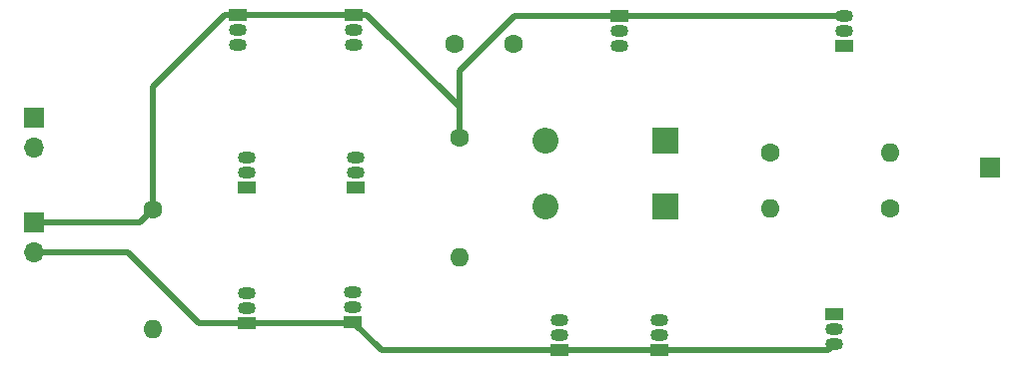
<source format=gbr>
%TF.GenerationSoftware,KiCad,Pcbnew,8.0.4*%
%TF.CreationDate,2024-10-21T15:09:54+02:00*%
%TF.ProjectId,GiugAmp_301,47697567-416d-4705-9f33-30312e6b6963,rev?*%
%TF.SameCoordinates,Original*%
%TF.FileFunction,Copper,L2,Bot*%
%TF.FilePolarity,Positive*%
%FSLAX46Y46*%
G04 Gerber Fmt 4.6, Leading zero omitted, Abs format (unit mm)*
G04 Created by KiCad (PCBNEW 8.0.4) date 2024-10-21 15:09:54*
%MOMM*%
%LPD*%
G01*
G04 APERTURE LIST*
%TA.AperFunction,ComponentPad*%
%ADD10R,1.700000X1.700000*%
%TD*%
%TA.AperFunction,ComponentPad*%
%ADD11O,1.700000X1.700000*%
%TD*%
%TA.AperFunction,ComponentPad*%
%ADD12R,2.200000X2.200000*%
%TD*%
%TA.AperFunction,ComponentPad*%
%ADD13O,2.200000X2.200000*%
%TD*%
%TA.AperFunction,ComponentPad*%
%ADD14R,1.500000X1.050000*%
%TD*%
%TA.AperFunction,ComponentPad*%
%ADD15O,1.500000X1.050000*%
%TD*%
%TA.AperFunction,ComponentPad*%
%ADD16C,1.600000*%
%TD*%
%TA.AperFunction,ComponentPad*%
%ADD17O,1.600000X1.600000*%
%TD*%
%TA.AperFunction,Conductor*%
%ADD18C,0.500000*%
%TD*%
%TA.AperFunction,Conductor*%
%ADD19C,0.400000*%
%TD*%
G04 APERTURE END LIST*
D10*
%TO.P,PWR_IN,1,Pin_1*%
%TO.N,VCC*%
X76000000Y-81125000D03*
D11*
%TO.P,PWR_IN,2,Pin_2*%
%TO.N,VEE*%
X76000000Y-83665000D03*
%TD*%
D10*
%TO.P,OUT,1,Pin_1*%
%TO.N,OUT*%
X157000000Y-76500000D03*
%TD*%
D12*
%TO.P,D2,1,K*%
%TO.N,Net-(D2-K)*%
X129480000Y-79800000D03*
D13*
%TO.P,D2,2,A*%
%TO.N,Net-(D1-K)*%
X119320000Y-79800000D03*
%TD*%
D14*
%TO.P,Q8,1,E*%
%TO.N,Net-(Q8-E)*%
X144600000Y-66140000D03*
D15*
%TO.P,Q8,2,B*%
%TO.N,Net-(D1-A)*%
X144600000Y-64870000D03*
%TO.P,Q8,3,C*%
%TO.N,VCC*%
X144600000Y-63600000D03*
%TD*%
D14*
%TO.P,Q3,1,E*%
%TO.N,Net-(Q3-E)*%
X94000000Y-78200000D03*
D15*
%TO.P,Q3,2,B*%
%TO.N,V-*%
X94000000Y-76930000D03*
%TO.P,Q3,3,C*%
%TO.N,Net-(Q1-B)*%
X94000000Y-75660000D03*
%TD*%
D14*
%TO.P,Q6,1,E*%
%TO.N,VEE*%
X94000000Y-89670000D03*
D15*
%TO.P,Q6,2,B*%
%TO.N,Net-(Q5-B)*%
X94000000Y-88400000D03*
%TO.P,Q6,3,C*%
X94000000Y-87130000D03*
%TD*%
D14*
%TO.P,Q10,1,E*%
%TO.N,VEE*%
X129000000Y-92000000D03*
D15*
%TO.P,Q10,2,B*%
%TO.N,Net-(Q10-B)*%
X129000000Y-90730000D03*
%TO.P,Q10,3,C*%
%TO.N,Net-(D2-K)*%
X129000000Y-89460000D03*
%TD*%
D14*
%TO.P,Q9,1,E*%
%TO.N,VEE*%
X120500000Y-92000000D03*
D15*
%TO.P,Q9,2,B*%
%TO.N,Net-(Q10-B)*%
X120500000Y-90730000D03*
%TO.P,Q9,3,C*%
X120500000Y-89460000D03*
%TD*%
D14*
%TO.P,Q7,1,E*%
%TO.N,VCC*%
X125600000Y-63600000D03*
D15*
%TO.P,Q7,2,B*%
%TO.N,Net-(Q2-C)*%
X125600000Y-64870000D03*
%TO.P,Q7,3,C*%
%TO.N,Net-(D1-A)*%
X125600000Y-66140000D03*
%TD*%
D14*
%TO.P,Q11,1,E*%
%TO.N,Net-(Q11-E)*%
X143800000Y-88930000D03*
D15*
%TO.P,Q11,2,B*%
%TO.N,Net-(D2-K)*%
X143800000Y-90200000D03*
%TO.P,Q11,3,C*%
%TO.N,VEE*%
X143800000Y-91470000D03*
%TD*%
D12*
%TO.P,D1,1,K*%
%TO.N,Net-(D1-K)*%
X129480000Y-74200000D03*
D13*
%TO.P,D1,2,A*%
%TO.N,Net-(D1-A)*%
X119320000Y-74200000D03*
%TD*%
D16*
%TO.P,C1,2*%
%TO.N,Net-(Q2-C)*%
X111600000Y-66000000D03*
%TO.P,C1,1*%
%TO.N,Net-(D1-A)*%
X116600000Y-66000000D03*
%TD*%
D14*
%TO.P,Q2,1,E*%
%TO.N,VCC*%
X103040000Y-63530000D03*
D15*
%TO.P,Q2,2,B*%
%TO.N,Net-(Q1-B)*%
X103040000Y-64800000D03*
%TO.P,Q2,3,C*%
%TO.N,Net-(Q2-C)*%
X103040000Y-66070000D03*
%TD*%
D16*
%TO.P,R3,1*%
%TO.N,Net-(Q8-E)*%
X138320000Y-75200000D03*
D17*
%TO.P,R3,2*%
%TO.N,OUT*%
X148480000Y-75200000D03*
%TD*%
D16*
%TO.P,R1,1*%
%TO.N,VCC*%
X86000000Y-80040000D03*
D17*
%TO.P,R1,2*%
%TO.N,Net-(Q5-B)*%
X86000000Y-90200000D03*
%TD*%
D15*
%TO.P,Q4,3,C*%
%TO.N,Net-(Q2-C)*%
X103200000Y-75660000D03*
%TO.P,Q4,2,B*%
%TO.N,V+*%
X103200000Y-76930000D03*
D14*
%TO.P,Q4,1,E*%
%TO.N,Net-(Q3-E)*%
X103200000Y-78200000D03*
%TD*%
D10*
%TO.P,IN,1,Pin_1*%
%TO.N,V+*%
X76000000Y-72260000D03*
D11*
%TO.P,IN,2,Pin_2*%
%TO.N,V-*%
X76000000Y-74800000D03*
%TD*%
D14*
%TO.P,Q1,1,E*%
%TO.N,VCC*%
X93240000Y-63530000D03*
D15*
%TO.P,Q1,2,B*%
%TO.N,Net-(Q1-B)*%
X93240000Y-64800000D03*
%TO.P,Q1,3,C*%
X93240000Y-66070000D03*
%TD*%
D16*
%TO.P,R4,1*%
%TO.N,OUT*%
X148480000Y-80000000D03*
D17*
%TO.P,R4,2*%
%TO.N,Net-(Q11-E)*%
X138320000Y-80000000D03*
%TD*%
D14*
%TO.P,Q5,1,E*%
%TO.N,VEE*%
X103000000Y-89600000D03*
D15*
%TO.P,Q5,2,B*%
%TO.N,Net-(Q5-B)*%
X103000000Y-88330000D03*
%TO.P,Q5,3,C*%
%TO.N,Net-(Q3-E)*%
X103000000Y-87060000D03*
%TD*%
D16*
%TO.P,R2,1*%
%TO.N,VCC*%
X112000000Y-74000000D03*
D17*
%TO.P,R2,2*%
%TO.N,Net-(Q10-B)*%
X112000000Y-84160000D03*
%TD*%
D18*
%TO.N,VEE*%
X120500000Y-92000000D02*
X129000000Y-92000000D01*
X129000000Y-92000000D02*
X143270000Y-92000000D01*
D19*
X102930000Y-89670000D02*
X103000000Y-89600000D01*
D18*
X105400000Y-92000000D02*
X120500000Y-92000000D01*
X94000000Y-89670000D02*
X102930000Y-89670000D01*
X89920000Y-89670000D02*
X94000000Y-89670000D01*
X143270000Y-92000000D02*
X143800000Y-91470000D01*
X83915000Y-83665000D02*
X89920000Y-89670000D01*
X103000000Y-89600000D02*
X105400000Y-92000000D01*
X76000000Y-83665000D02*
X83915000Y-83665000D01*
%TO.N,VCC*%
X93240000Y-63530000D02*
X103040000Y-63530000D01*
X86000000Y-69620000D02*
X92090000Y-63530000D01*
X86000000Y-80040000D02*
X86000000Y-69620000D01*
X116650000Y-63600000D02*
X112000000Y-68250000D01*
X112000000Y-71340000D02*
X112000000Y-74000000D01*
X104190000Y-63530000D02*
X112000000Y-71340000D01*
X112000000Y-68250000D02*
X112000000Y-71340000D01*
X103040000Y-63530000D02*
X104190000Y-63530000D01*
X92090000Y-63530000D02*
X93240000Y-63530000D01*
X125600000Y-63600000D02*
X144600000Y-63600000D01*
X84915000Y-81125000D02*
X86000000Y-80040000D01*
X76000000Y-81125000D02*
X84915000Y-81125000D01*
X125600000Y-63600000D02*
X116650000Y-63600000D01*
%TD*%
M02*

</source>
